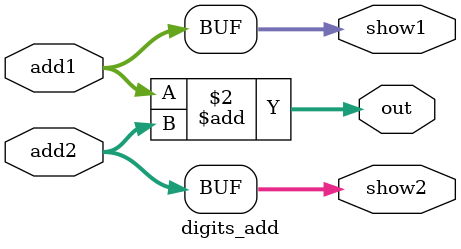
<source format=v>
`timescale 1ns / 1ps


module digits_add(
    input [3:0] add1,
    input [3:0] add2,
    output reg [3:0] show1,
    output reg [3:0] show2,
    output reg [7:0] out
    );
    always@(*)
    begin
        show1<=add1;
        show2<=add2;
        out<=add1+add2;
    end
endmodule

</source>
